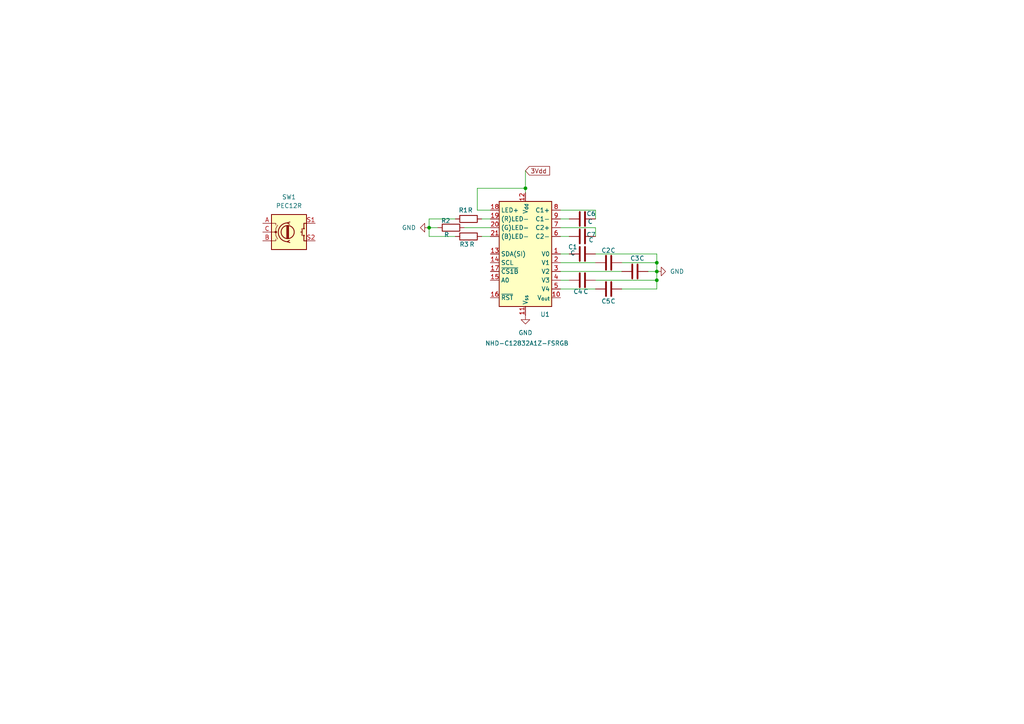
<source format=kicad_sch>
(kicad_sch
	(version 20250114)
	(generator "eeschema")
	(generator_version "9.0")
	(uuid "61acbc57-bcbb-4909-b50b-511a510d84c4")
	(paper "A4")
	(lib_symbols
		(symbol "Device:C"
			(pin_numbers
				(hide yes)
			)
			(pin_names
				(offset 0.254)
			)
			(exclude_from_sim no)
			(in_bom yes)
			(on_board yes)
			(property "Reference" "C"
				(at 0.635 2.54 0)
				(effects
					(font
						(size 1.27 1.27)
					)
					(justify left)
				)
			)
			(property "Value" "C"
				(at 0.635 -2.54 0)
				(effects
					(font
						(size 1.27 1.27)
					)
					(justify left)
				)
			)
			(property "Footprint" ""
				(at 0.9652 -3.81 0)
				(effects
					(font
						(size 1.27 1.27)
					)
					(hide yes)
				)
			)
			(property "Datasheet" "~"
				(at 0 0 0)
				(effects
					(font
						(size 1.27 1.27)
					)
					(hide yes)
				)
			)
			(property "Description" "Unpolarized capacitor"
				(at 0 0 0)
				(effects
					(font
						(size 1.27 1.27)
					)
					(hide yes)
				)
			)
			(property "ki_keywords" "cap capacitor"
				(at 0 0 0)
				(effects
					(font
						(size 1.27 1.27)
					)
					(hide yes)
				)
			)
			(property "ki_fp_filters" "C_*"
				(at 0 0 0)
				(effects
					(font
						(size 1.27 1.27)
					)
					(hide yes)
				)
			)
			(symbol "C_0_1"
				(polyline
					(pts
						(xy -2.032 0.762) (xy 2.032 0.762)
					)
					(stroke
						(width 0.508)
						(type default)
					)
					(fill
						(type none)
					)
				)
				(polyline
					(pts
						(xy -2.032 -0.762) (xy 2.032 -0.762)
					)
					(stroke
						(width 0.508)
						(type default)
					)
					(fill
						(type none)
					)
				)
			)
			(symbol "C_1_1"
				(pin passive line
					(at 0 3.81 270)
					(length 2.794)
					(name "~"
						(effects
							(font
								(size 1.27 1.27)
							)
						)
					)
					(number "1"
						(effects
							(font
								(size 1.27 1.27)
							)
						)
					)
				)
				(pin passive line
					(at 0 -3.81 90)
					(length 2.794)
					(name "~"
						(effects
							(font
								(size 1.27 1.27)
							)
						)
					)
					(number "2"
						(effects
							(font
								(size 1.27 1.27)
							)
						)
					)
				)
			)
			(embedded_fonts no)
		)
		(symbol "Device:R"
			(pin_numbers
				(hide yes)
			)
			(pin_names
				(offset 0)
			)
			(exclude_from_sim no)
			(in_bom yes)
			(on_board yes)
			(property "Reference" "R"
				(at 2.032 0 90)
				(effects
					(font
						(size 1.27 1.27)
					)
				)
			)
			(property "Value" "R"
				(at 0 0 90)
				(effects
					(font
						(size 1.27 1.27)
					)
				)
			)
			(property "Footprint" ""
				(at -1.778 0 90)
				(effects
					(font
						(size 1.27 1.27)
					)
					(hide yes)
				)
			)
			(property "Datasheet" "~"
				(at 0 0 0)
				(effects
					(font
						(size 1.27 1.27)
					)
					(hide yes)
				)
			)
			(property "Description" "Resistor"
				(at 0 0 0)
				(effects
					(font
						(size 1.27 1.27)
					)
					(hide yes)
				)
			)
			(property "ki_keywords" "R res resistor"
				(at 0 0 0)
				(effects
					(font
						(size 1.27 1.27)
					)
					(hide yes)
				)
			)
			(property "ki_fp_filters" "R_*"
				(at 0 0 0)
				(effects
					(font
						(size 1.27 1.27)
					)
					(hide yes)
				)
			)
			(symbol "R_0_1"
				(rectangle
					(start -1.016 -2.54)
					(end 1.016 2.54)
					(stroke
						(width 0.254)
						(type default)
					)
					(fill
						(type none)
					)
				)
			)
			(symbol "R_1_1"
				(pin passive line
					(at 0 3.81 270)
					(length 1.27)
					(name "~"
						(effects
							(font
								(size 1.27 1.27)
							)
						)
					)
					(number "1"
						(effects
							(font
								(size 1.27 1.27)
							)
						)
					)
				)
				(pin passive line
					(at 0 -3.81 90)
					(length 1.27)
					(name "~"
						(effects
							(font
								(size 1.27 1.27)
							)
						)
					)
					(number "2"
						(effects
							(font
								(size 1.27 1.27)
							)
						)
					)
				)
			)
			(embedded_fonts no)
		)
		(symbol "Device:RotaryEncoder_Switch"
			(pin_names
				(offset 0.254)
				(hide yes)
			)
			(exclude_from_sim no)
			(in_bom yes)
			(on_board yes)
			(property "Reference" "SW"
				(at 0 6.604 0)
				(effects
					(font
						(size 1.27 1.27)
					)
				)
			)
			(property "Value" "RotaryEncoder_Switch"
				(at 0 -6.604 0)
				(effects
					(font
						(size 1.27 1.27)
					)
				)
			)
			(property "Footprint" ""
				(at -3.81 4.064 0)
				(effects
					(font
						(size 1.27 1.27)
					)
					(hide yes)
				)
			)
			(property "Datasheet" "~"
				(at 0 6.604 0)
				(effects
					(font
						(size 1.27 1.27)
					)
					(hide yes)
				)
			)
			(property "Description" "Rotary encoder, dual channel, incremental quadrate outputs, with switch"
				(at 0 0 0)
				(effects
					(font
						(size 1.27 1.27)
					)
					(hide yes)
				)
			)
			(property "ki_keywords" "rotary switch encoder switch push button"
				(at 0 0 0)
				(effects
					(font
						(size 1.27 1.27)
					)
					(hide yes)
				)
			)
			(property "ki_fp_filters" "RotaryEncoder*Switch*"
				(at 0 0 0)
				(effects
					(font
						(size 1.27 1.27)
					)
					(hide yes)
				)
			)
			(symbol "RotaryEncoder_Switch_0_1"
				(rectangle
					(start -5.08 5.08)
					(end 5.08 -5.08)
					(stroke
						(width 0.254)
						(type default)
					)
					(fill
						(type background)
					)
				)
				(polyline
					(pts
						(xy -5.08 2.54) (xy -3.81 2.54) (xy -3.81 2.032)
					)
					(stroke
						(width 0)
						(type default)
					)
					(fill
						(type none)
					)
				)
				(polyline
					(pts
						(xy -5.08 0) (xy -3.81 0) (xy -3.81 -1.016) (xy -3.302 -2.032)
					)
					(stroke
						(width 0)
						(type default)
					)
					(fill
						(type none)
					)
				)
				(polyline
					(pts
						(xy -5.08 -2.54) (xy -3.81 -2.54) (xy -3.81 -2.032)
					)
					(stroke
						(width 0)
						(type default)
					)
					(fill
						(type none)
					)
				)
				(polyline
					(pts
						(xy -4.318 0) (xy -3.81 0) (xy -3.81 1.016) (xy -3.302 2.032)
					)
					(stroke
						(width 0)
						(type default)
					)
					(fill
						(type none)
					)
				)
				(circle
					(center -3.81 0)
					(radius 0.254)
					(stroke
						(width 0)
						(type default)
					)
					(fill
						(type outline)
					)
				)
				(polyline
					(pts
						(xy -0.635 -1.778) (xy -0.635 1.778)
					)
					(stroke
						(width 0.254)
						(type default)
					)
					(fill
						(type none)
					)
				)
				(circle
					(center -0.381 0)
					(radius 1.905)
					(stroke
						(width 0.254)
						(type default)
					)
					(fill
						(type none)
					)
				)
				(polyline
					(pts
						(xy -0.381 -1.778) (xy -0.381 1.778)
					)
					(stroke
						(width 0.254)
						(type default)
					)
					(fill
						(type none)
					)
				)
				(arc
					(start -0.381 -2.794)
					(mid -3.0988 -0.0635)
					(end -0.381 2.667)
					(stroke
						(width 0.254)
						(type default)
					)
					(fill
						(type none)
					)
				)
				(polyline
					(pts
						(xy -0.127 1.778) (xy -0.127 -1.778)
					)
					(stroke
						(width 0.254)
						(type default)
					)
					(fill
						(type none)
					)
				)
				(polyline
					(pts
						(xy 0.254 2.921) (xy -0.508 2.667) (xy 0.127 2.286)
					)
					(stroke
						(width 0.254)
						(type default)
					)
					(fill
						(type none)
					)
				)
				(polyline
					(pts
						(xy 0.254 -3.048) (xy -0.508 -2.794) (xy 0.127 -2.413)
					)
					(stroke
						(width 0.254)
						(type default)
					)
					(fill
						(type none)
					)
				)
				(polyline
					(pts
						(xy 3.81 1.016) (xy 3.81 -1.016)
					)
					(stroke
						(width 0.254)
						(type default)
					)
					(fill
						(type none)
					)
				)
				(polyline
					(pts
						(xy 3.81 0) (xy 3.429 0)
					)
					(stroke
						(width 0.254)
						(type default)
					)
					(fill
						(type none)
					)
				)
				(circle
					(center 4.318 1.016)
					(radius 0.127)
					(stroke
						(width 0.254)
						(type default)
					)
					(fill
						(type none)
					)
				)
				(circle
					(center 4.318 -1.016)
					(radius 0.127)
					(stroke
						(width 0.254)
						(type default)
					)
					(fill
						(type none)
					)
				)
				(polyline
					(pts
						(xy 5.08 2.54) (xy 4.318 2.54) (xy 4.318 1.016)
					)
					(stroke
						(width 0.254)
						(type default)
					)
					(fill
						(type none)
					)
				)
				(polyline
					(pts
						(xy 5.08 -2.54) (xy 4.318 -2.54) (xy 4.318 -1.016)
					)
					(stroke
						(width 0.254)
						(type default)
					)
					(fill
						(type none)
					)
				)
			)
			(symbol "RotaryEncoder_Switch_1_1"
				(pin passive line
					(at -7.62 2.54 0)
					(length 2.54)
					(name "A"
						(effects
							(font
								(size 1.27 1.27)
							)
						)
					)
					(number "A"
						(effects
							(font
								(size 1.27 1.27)
							)
						)
					)
				)
				(pin passive line
					(at -7.62 0 0)
					(length 2.54)
					(name "C"
						(effects
							(font
								(size 1.27 1.27)
							)
						)
					)
					(number "C"
						(effects
							(font
								(size 1.27 1.27)
							)
						)
					)
				)
				(pin passive line
					(at -7.62 -2.54 0)
					(length 2.54)
					(name "B"
						(effects
							(font
								(size 1.27 1.27)
							)
						)
					)
					(number "B"
						(effects
							(font
								(size 1.27 1.27)
							)
						)
					)
				)
				(pin passive line
					(at 7.62 2.54 180)
					(length 2.54)
					(name "S1"
						(effects
							(font
								(size 1.27 1.27)
							)
						)
					)
					(number "S1"
						(effects
							(font
								(size 1.27 1.27)
							)
						)
					)
				)
				(pin passive line
					(at 7.62 -2.54 180)
					(length 2.54)
					(name "S2"
						(effects
							(font
								(size 1.27 1.27)
							)
						)
					)
					(number "S2"
						(effects
							(font
								(size 1.27 1.27)
							)
						)
					)
				)
			)
			(embedded_fonts no)
		)
		(symbol "Display_Graphic:NHD-C12832A1Z-FSRGB"
			(exclude_from_sim no)
			(in_bom yes)
			(on_board yes)
			(property "Reference" "U"
				(at -7.62 15.875 0)
				(effects
					(font
						(size 1.27 1.27)
					)
					(justify left bottom)
				)
			)
			(property "Value" "NHD-C12832A1Z-FSRGB"
				(at 2.54 -16.51 0)
				(effects
					(font
						(size 1.27 1.27)
					)
					(justify left top)
				)
			)
			(property "Footprint" "Display:NHD-C12832A1Z-FSRGB"
				(at 0 0 0)
				(effects
					(font
						(size 1.27 1.27)
						(italic yes)
					)
					(hide yes)
				)
			)
			(property "Datasheet" "https://www.newhavendisplay.com/specs/NHD-C12832A1Z-FSRGB-FBW-3V.pdf"
				(at 0 0 0)
				(effects
					(font
						(size 1.27 1.27)
						(italic yes)
					)
					(hide yes)
				)
			)
			(property "Description" "128x32 graphical LCD module with common anode RGB backlight, 1/33 duty, 3.3V"
				(at 0 0 0)
				(effects
					(font
						(size 1.27 1.27)
					)
					(hide yes)
				)
			)
			(property "ki_keywords" "lcd rgb st7565r spi 4-wire"
				(at 0 0 0)
				(effects
					(font
						(size 1.27 1.27)
					)
					(hide yes)
				)
			)
			(property "ki_fp_filters" "NHD?C12832A1Z?FSRGB*"
				(at 0 0 0)
				(effects
					(font
						(size 1.27 1.27)
					)
					(hide yes)
				)
			)
			(symbol "NHD-C12832A1Z-FSRGB_0_1"
				(rectangle
					(start -7.62 15.24)
					(end 7.62 -15.24)
					(stroke
						(width 0.254)
						(type default)
					)
					(fill
						(type background)
					)
				)
			)
			(symbol "NHD-C12832A1Z-FSRGB_1_1"
				(pin passive line
					(at -10.16 12.7 0)
					(length 2.54)
					(name "LED+"
						(effects
							(font
								(size 1.27 1.27)
							)
						)
					)
					(number "18"
						(effects
							(font
								(size 1.27 1.27)
							)
						)
					)
				)
				(pin passive line
					(at -10.16 10.16 0)
					(length 2.54)
					(name "(R)LED-"
						(effects
							(font
								(size 1.27 1.27)
							)
						)
					)
					(number "19"
						(effects
							(font
								(size 1.27 1.27)
							)
						)
					)
				)
				(pin passive line
					(at -10.16 7.62 0)
					(length 2.54)
					(name "(G)LED-"
						(effects
							(font
								(size 1.27 1.27)
							)
						)
					)
					(number "20"
						(effects
							(font
								(size 1.27 1.27)
							)
						)
					)
				)
				(pin passive line
					(at -10.16 5.08 0)
					(length 2.54)
					(name "(B)LED-"
						(effects
							(font
								(size 1.27 1.27)
							)
						)
					)
					(number "21"
						(effects
							(font
								(size 1.27 1.27)
							)
						)
					)
				)
				(pin input line
					(at -10.16 0 0)
					(length 2.54)
					(name "SDA(SI)"
						(effects
							(font
								(size 1.27 1.27)
							)
						)
					)
					(number "13"
						(effects
							(font
								(size 1.27 1.27)
							)
						)
					)
				)
				(pin input line
					(at -10.16 -2.54 0)
					(length 2.54)
					(name "SCL"
						(effects
							(font
								(size 1.27 1.27)
							)
						)
					)
					(number "14"
						(effects
							(font
								(size 1.27 1.27)
							)
						)
					)
				)
				(pin input line
					(at -10.16 -5.08 0)
					(length 2.54)
					(name "~{CS1B}"
						(effects
							(font
								(size 1.27 1.27)
							)
						)
					)
					(number "17"
						(effects
							(font
								(size 1.27 1.27)
							)
						)
					)
				)
				(pin input line
					(at -10.16 -7.62 0)
					(length 2.54)
					(name "A0"
						(effects
							(font
								(size 1.27 1.27)
							)
						)
					)
					(number "15"
						(effects
							(font
								(size 1.27 1.27)
							)
						)
					)
				)
				(pin input line
					(at -10.16 -12.7 0)
					(length 2.54)
					(name "~{RST}"
						(effects
							(font
								(size 1.27 1.27)
							)
						)
					)
					(number "16"
						(effects
							(font
								(size 1.27 1.27)
							)
						)
					)
				)
				(pin power_in line
					(at 0 17.78 270)
					(length 2.54)
					(name "V_{dd}"
						(effects
							(font
								(size 1.27 1.27)
							)
						)
					)
					(number "12"
						(effects
							(font
								(size 1.27 1.27)
							)
						)
					)
				)
				(pin power_in line
					(at 0 -17.78 90)
					(length 2.54)
					(name "V_{ss}"
						(effects
							(font
								(size 1.27 1.27)
							)
						)
					)
					(number "11"
						(effects
							(font
								(size 1.27 1.27)
							)
						)
					)
				)
				(pin passive line
					(at 10.16 12.7 180)
					(length 2.54)
					(name "C1+"
						(effects
							(font
								(size 1.27 1.27)
							)
						)
					)
					(number "8"
						(effects
							(font
								(size 1.27 1.27)
							)
						)
					)
				)
				(pin passive line
					(at 10.16 10.16 180)
					(length 2.54)
					(name "C1-"
						(effects
							(font
								(size 1.27 1.27)
							)
						)
					)
					(number "9"
						(effects
							(font
								(size 1.27 1.27)
							)
						)
					)
				)
				(pin passive line
					(at 10.16 7.62 180)
					(length 2.54)
					(name "C2+"
						(effects
							(font
								(size 1.27 1.27)
							)
						)
					)
					(number "7"
						(effects
							(font
								(size 1.27 1.27)
							)
						)
					)
				)
				(pin passive line
					(at 10.16 5.08 180)
					(length 2.54)
					(name "C2-"
						(effects
							(font
								(size 1.27 1.27)
							)
						)
					)
					(number "6"
						(effects
							(font
								(size 1.27 1.27)
							)
						)
					)
				)
				(pin passive line
					(at 10.16 0 180)
					(length 2.54)
					(name "V0"
						(effects
							(font
								(size 1.27 1.27)
							)
						)
					)
					(number "1"
						(effects
							(font
								(size 1.27 1.27)
							)
						)
					)
				)
				(pin passive line
					(at 10.16 -2.54 180)
					(length 2.54)
					(name "V1"
						(effects
							(font
								(size 1.27 1.27)
							)
						)
					)
					(number "2"
						(effects
							(font
								(size 1.27 1.27)
							)
						)
					)
				)
				(pin passive line
					(at 10.16 -5.08 180)
					(length 2.54)
					(name "V2"
						(effects
							(font
								(size 1.27 1.27)
							)
						)
					)
					(number "3"
						(effects
							(font
								(size 1.27 1.27)
							)
						)
					)
				)
				(pin passive line
					(at 10.16 -7.62 180)
					(length 2.54)
					(name "V3"
						(effects
							(font
								(size 1.27 1.27)
							)
						)
					)
					(number "4"
						(effects
							(font
								(size 1.27 1.27)
							)
						)
					)
				)
				(pin passive line
					(at 10.16 -10.16 180)
					(length 2.54)
					(name "V4"
						(effects
							(font
								(size 1.27 1.27)
							)
						)
					)
					(number "5"
						(effects
							(font
								(size 1.27 1.27)
							)
						)
					)
				)
				(pin passive line
					(at 10.16 -12.7 180)
					(length 2.54)
					(name "V_{out}"
						(effects
							(font
								(size 1.27 1.27)
							)
						)
					)
					(number "10"
						(effects
							(font
								(size 1.27 1.27)
							)
						)
					)
				)
			)
			(embedded_fonts no)
		)
		(symbol "power:GND"
			(power)
			(pin_numbers
				(hide yes)
			)
			(pin_names
				(offset 0)
				(hide yes)
			)
			(exclude_from_sim no)
			(in_bom yes)
			(on_board yes)
			(property "Reference" "#PWR"
				(at 0 -6.35 0)
				(effects
					(font
						(size 1.27 1.27)
					)
					(hide yes)
				)
			)
			(property "Value" "GND"
				(at 0 -3.81 0)
				(effects
					(font
						(size 1.27 1.27)
					)
				)
			)
			(property "Footprint" ""
				(at 0 0 0)
				(effects
					(font
						(size 1.27 1.27)
					)
					(hide yes)
				)
			)
			(property "Datasheet" ""
				(at 0 0 0)
				(effects
					(font
						(size 1.27 1.27)
					)
					(hide yes)
				)
			)
			(property "Description" "Power symbol creates a global label with name \"GND\" , ground"
				(at 0 0 0)
				(effects
					(font
						(size 1.27 1.27)
					)
					(hide yes)
				)
			)
			(property "ki_keywords" "global power"
				(at 0 0 0)
				(effects
					(font
						(size 1.27 1.27)
					)
					(hide yes)
				)
			)
			(symbol "GND_0_1"
				(polyline
					(pts
						(xy 0 0) (xy 0 -1.27) (xy 1.27 -1.27) (xy 0 -2.54) (xy -1.27 -1.27) (xy 0 -1.27)
					)
					(stroke
						(width 0)
						(type default)
					)
					(fill
						(type none)
					)
				)
			)
			(symbol "GND_1_1"
				(pin power_in line
					(at 0 0 270)
					(length 0)
					(name "~"
						(effects
							(font
								(size 1.27 1.27)
							)
						)
					)
					(number "1"
						(effects
							(font
								(size 1.27 1.27)
							)
						)
					)
				)
			)
			(embedded_fonts no)
		)
	)
	(junction
		(at 190.5 78.74)
		(diameter 0)
		(color 0 0 0 0)
		(uuid "40e603d7-d8c9-4e32-8d23-81d59dd63697")
	)
	(junction
		(at 124.46 66.04)
		(diameter 0)
		(color 0 0 0 0)
		(uuid "805ed489-079b-4044-b9c8-7a5addc52a52")
	)
	(junction
		(at 190.5 76.2)
		(diameter 0)
		(color 0 0 0 0)
		(uuid "b0d698f5-4155-464e-a8a4-9109c60bec00")
	)
	(junction
		(at 190.5 81.28)
		(diameter 0)
		(color 0 0 0 0)
		(uuid "c602da98-3ee7-425b-a995-a3d2c9ff71c3")
	)
	(junction
		(at 152.4 54.61)
		(diameter 0)
		(color 0 0 0 0)
		(uuid "f1d195e3-a331-4783-9df2-538e2d257327")
	)
	(wire
		(pts
			(xy 162.56 83.82) (xy 172.72 83.82)
		)
		(stroke
			(width 0)
			(type default)
		)
		(uuid "02334dd0-5308-40da-b3be-47a7b6ec741a")
	)
	(wire
		(pts
			(xy 152.4 49.53) (xy 152.4 54.61)
		)
		(stroke
			(width 0)
			(type default)
		)
		(uuid "05d04257-827f-42c9-a21d-308786e338fb")
	)
	(wire
		(pts
			(xy 172.72 68.58) (xy 172.72 66.04)
		)
		(stroke
			(width 0)
			(type default)
		)
		(uuid "0a143e85-28f4-4c18-a7bf-0bd2a04ce47a")
	)
	(wire
		(pts
			(xy 134.62 66.04) (xy 142.24 66.04)
		)
		(stroke
			(width 0)
			(type default)
		)
		(uuid "113f580c-e427-457a-b7cf-385cfd774e45")
	)
	(wire
		(pts
			(xy 124.46 66.04) (xy 127 66.04)
		)
		(stroke
			(width 0)
			(type default)
		)
		(uuid "13ac7a91-3fd2-4fdd-9c5e-e0cabed4f41f")
	)
	(wire
		(pts
			(xy 162.56 66.04) (xy 172.72 66.04)
		)
		(stroke
			(width 0)
			(type default)
		)
		(uuid "155801b2-37b0-4da1-aca5-db724d6e3149")
	)
	(wire
		(pts
			(xy 139.7 68.58) (xy 142.24 68.58)
		)
		(stroke
			(width 0)
			(type default)
		)
		(uuid "16a7fb37-f660-4c39-a9e4-a7c17f2fa978")
	)
	(wire
		(pts
			(xy 138.43 54.61) (xy 152.4 54.61)
		)
		(stroke
			(width 0)
			(type default)
		)
		(uuid "1914b5f6-e442-40a9-a1c5-7cf8041aea8c")
	)
	(wire
		(pts
			(xy 124.46 66.04) (xy 124.46 68.58)
		)
		(stroke
			(width 0)
			(type default)
		)
		(uuid "21c65e30-2c85-4ca7-9ee6-60fd8dba152f")
	)
	(wire
		(pts
			(xy 190.5 81.28) (xy 190.5 78.74)
		)
		(stroke
			(width 0)
			(type default)
		)
		(uuid "34d394e5-b0e2-46c5-90bf-1e931298ef72")
	)
	(wire
		(pts
			(xy 172.72 60.96) (xy 162.56 60.96)
		)
		(stroke
			(width 0)
			(type default)
		)
		(uuid "3cb22982-f3d1-4ed4-8cec-da8bc7a0e526")
	)
	(wire
		(pts
			(xy 162.56 81.28) (xy 165.1 81.28)
		)
		(stroke
			(width 0)
			(type default)
		)
		(uuid "4000c0e5-acc5-4bc8-9a6e-e69dca65b785")
	)
	(wire
		(pts
			(xy 172.72 73.66) (xy 190.5 73.66)
		)
		(stroke
			(width 0)
			(type default)
		)
		(uuid "44ceed07-4e14-4da6-882a-e26388d21327")
	)
	(wire
		(pts
			(xy 162.56 76.2) (xy 172.72 76.2)
		)
		(stroke
			(width 0)
			(type default)
		)
		(uuid "63773c96-cb3a-47f0-b141-7bfeef325468")
	)
	(wire
		(pts
			(xy 190.5 73.66) (xy 190.5 76.2)
		)
		(stroke
			(width 0)
			(type default)
		)
		(uuid "7ae04bf7-fd7a-4f50-ba60-9bad91b9e08f")
	)
	(wire
		(pts
			(xy 124.46 63.5) (xy 132.08 63.5)
		)
		(stroke
			(width 0)
			(type default)
		)
		(uuid "7df7f3c2-23f7-4112-afd3-2a708a19d70a")
	)
	(wire
		(pts
			(xy 162.56 63.5) (xy 165.1 63.5)
		)
		(stroke
			(width 0)
			(type default)
		)
		(uuid "7ea9c101-a040-4050-878f-8181af375b78")
	)
	(wire
		(pts
			(xy 190.5 78.74) (xy 190.5 76.2)
		)
		(stroke
			(width 0)
			(type default)
		)
		(uuid "7f038837-2b83-40be-bff3-ffc7a2417021")
	)
	(wire
		(pts
			(xy 152.4 54.61) (xy 152.4 55.88)
		)
		(stroke
			(width 0)
			(type default)
		)
		(uuid "99f89776-1abe-4729-8585-798def2b5c00")
	)
	(wire
		(pts
			(xy 142.24 60.96) (xy 138.43 60.96)
		)
		(stroke
			(width 0)
			(type default)
		)
		(uuid "9e24a2f9-d217-41c4-838b-e53d31be4354")
	)
	(wire
		(pts
			(xy 190.5 83.82) (xy 190.5 81.28)
		)
		(stroke
			(width 0)
			(type default)
		)
		(uuid "a1bc9787-fec3-456b-8690-31bcd051cea7")
	)
	(wire
		(pts
			(xy 172.72 81.28) (xy 190.5 81.28)
		)
		(stroke
			(width 0)
			(type default)
		)
		(uuid "a75a22c8-4904-4acf-972c-f6e7956f3028")
	)
	(wire
		(pts
			(xy 124.46 63.5) (xy 124.46 66.04)
		)
		(stroke
			(width 0)
			(type default)
		)
		(uuid "afb947e4-97c9-491f-bdc2-cf8474fa24b8")
	)
	(wire
		(pts
			(xy 139.7 63.5) (xy 142.24 63.5)
		)
		(stroke
			(width 0)
			(type default)
		)
		(uuid "b1818f2e-cf42-41ba-91ee-ea0a78c68181")
	)
	(wire
		(pts
			(xy 162.56 68.58) (xy 165.1 68.58)
		)
		(stroke
			(width 0)
			(type default)
		)
		(uuid "b6e2faa5-8685-4269-82e5-8b06ce57bbbf")
	)
	(wire
		(pts
			(xy 162.56 78.74) (xy 180.34 78.74)
		)
		(stroke
			(width 0)
			(type default)
		)
		(uuid "ba6f351c-5b44-41b3-b9c3-9371e7b1e405")
	)
	(wire
		(pts
			(xy 172.72 63.5) (xy 172.72 60.96)
		)
		(stroke
			(width 0)
			(type default)
		)
		(uuid "bb125476-bb68-4348-b2b4-e98361d3b93b")
	)
	(wire
		(pts
			(xy 187.96 78.74) (xy 190.5 78.74)
		)
		(stroke
			(width 0)
			(type default)
		)
		(uuid "c71fd64f-8977-4546-94af-dec9f82abdfe")
	)
	(wire
		(pts
			(xy 190.5 76.2) (xy 180.34 76.2)
		)
		(stroke
			(width 0)
			(type default)
		)
		(uuid "c83617b7-a6ce-49da-bf1c-c9d363f77ee9")
	)
	(wire
		(pts
			(xy 124.46 68.58) (xy 132.08 68.58)
		)
		(stroke
			(width 0)
			(type default)
		)
		(uuid "d41b8045-0026-4af3-85d6-93085643ccf2")
	)
	(wire
		(pts
			(xy 162.56 73.66) (xy 165.1 73.66)
		)
		(stroke
			(width 0)
			(type default)
		)
		(uuid "d4c46975-2c43-4682-8958-8d49e5949335")
	)
	(wire
		(pts
			(xy 138.43 60.96) (xy 138.43 54.61)
		)
		(stroke
			(width 0)
			(type default)
		)
		(uuid "f28f112f-5595-46a8-8d9f-365fd3b5c250")
	)
	(wire
		(pts
			(xy 180.34 83.82) (xy 190.5 83.82)
		)
		(stroke
			(width 0)
			(type default)
		)
		(uuid "f5782b53-3a29-48c4-ab4c-bdbc0d8dca4c")
	)
	(global_label "3Vdd"
		(shape input)
		(at 152.4 49.53 0)
		(fields_autoplaced yes)
		(effects
			(font
				(size 1.27 1.27)
			)
			(justify left)
		)
		(uuid "cf2ba4fb-2586-4691-886e-25bdbb2e3715")
		(property "Intersheetrefs" "${INTERSHEET_REFS}"
			(at 159.9813 49.53 0)
			(effects
				(font
					(size 1.27 1.27)
				)
				(justify left)
				(hide yes)
			)
		)
	)
	(symbol
		(lib_id "Device:R")
		(at 135.89 63.5 90)
		(unit 1)
		(exclude_from_sim no)
		(in_bom yes)
		(on_board yes)
		(dnp no)
		(uuid "17667cea-1e10-4e1a-9cb2-fa223ee3d0b7")
		(property "Reference" "R1"
			(at 134.366 60.96 90)
			(effects
				(font
					(size 1.27 1.27)
				)
			)
		)
		(property "Value" "R"
			(at 136.398 60.96 90)
			(effects
				(font
					(size 1.27 1.27)
				)
			)
		)
		(property "Footprint" ""
			(at 135.89 65.278 90)
			(effects
				(font
					(size 1.27 1.27)
				)
				(hide yes)
			)
		)
		(property "Datasheet" "~"
			(at 135.89 63.5 0)
			(effects
				(font
					(size 1.27 1.27)
				)
				(hide yes)
			)
		)
		(property "Description" "Resistor"
			(at 135.89 63.5 0)
			(effects
				(font
					(size 1.27 1.27)
				)
				(hide yes)
			)
		)
		(pin "1"
			(uuid "26a3db65-23d7-4639-989c-7bfe6b350d4d")
		)
		(pin "2"
			(uuid "04c8aa51-eae6-485a-9c61-7d6264ab7024")
		)
		(instances
			(project ""
				(path "/4e267608-d3e9-4ae4-92d6-1e687cc2c969/818b61c9-cdb7-42ed-8a55-79736ba5dd65"
					(reference "R1")
					(unit 1)
				)
			)
		)
	)
	(symbol
		(lib_id "Device:C")
		(at 168.91 68.58 90)
		(unit 1)
		(exclude_from_sim no)
		(in_bom yes)
		(on_board yes)
		(dnp no)
		(uuid "2a0906d2-8518-4adf-8843-a481b556854f")
		(property "Reference" "C7"
			(at 171.45 68.072 90)
			(effects
				(font
					(size 1.27 1.27)
				)
			)
		)
		(property "Value" "C"
			(at 171.45 69.596 90)
			(effects
				(font
					(size 1.27 1.27)
				)
			)
		)
		(property "Footprint" ""
			(at 172.72 67.6148 0)
			(effects
				(font
					(size 1.27 1.27)
				)
				(hide yes)
			)
		)
		(property "Datasheet" "~"
			(at 168.91 68.58 0)
			(effects
				(font
					(size 1.27 1.27)
				)
				(hide yes)
			)
		)
		(property "Description" "Unpolarized capacitor"
			(at 168.91 68.58 0)
			(effects
				(font
					(size 1.27 1.27)
				)
				(hide yes)
			)
		)
		(pin "1"
			(uuid "0b1e3e92-186c-44c7-b119-173ffdc6a20e")
		)
		(pin "2"
			(uuid "09ab0c3e-e5c6-4bfb-b96a-bb2f3d38bf04")
		)
		(instances
			(project ""
				(path "/4e267608-d3e9-4ae4-92d6-1e687cc2c969/818b61c9-cdb7-42ed-8a55-79736ba5dd65"
					(reference "C7")
					(unit 1)
				)
			)
		)
	)
	(symbol
		(lib_id "Device:C")
		(at 168.91 73.66 90)
		(unit 1)
		(exclude_from_sim no)
		(in_bom yes)
		(on_board yes)
		(dnp no)
		(uuid "341a626e-8737-4ab2-9933-aba20e1ea958")
		(property "Reference" "C1"
			(at 166.116 71.628 90)
			(effects
				(font
					(size 1.27 1.27)
				)
			)
		)
		(property "Value" "C"
			(at 166.116 73.406 90)
			(effects
				(font
					(size 1.27 1.27)
				)
			)
		)
		(property "Footprint" ""
			(at 172.72 72.6948 0)
			(effects
				(font
					(size 1.27 1.27)
				)
				(hide yes)
			)
		)
		(property "Datasheet" "~"
			(at 168.91 73.66 0)
			(effects
				(font
					(size 1.27 1.27)
				)
				(hide yes)
			)
		)
		(property "Description" "Unpolarized capacitor"
			(at 168.91 73.66 0)
			(effects
				(font
					(size 1.27 1.27)
				)
				(hide yes)
			)
		)
		(pin "1"
			(uuid "493eee0c-2af4-492a-9525-6413f0838ff7")
		)
		(pin "2"
			(uuid "5a0f7d11-da3e-47e7-9c3a-76125d477456")
		)
		(instances
			(project ""
				(path "/4e267608-d3e9-4ae4-92d6-1e687cc2c969/818b61c9-cdb7-42ed-8a55-79736ba5dd65"
					(reference "C1")
					(unit 1)
				)
			)
		)
	)
	(symbol
		(lib_id "Device:R")
		(at 135.89 68.58 90)
		(unit 1)
		(exclude_from_sim no)
		(in_bom yes)
		(on_board yes)
		(dnp no)
		(uuid "3fd8906b-ea1c-42bd-8c08-47e214fb9105")
		(property "Reference" "R3"
			(at 134.62 70.866 90)
			(effects
				(font
					(size 1.27 1.27)
				)
			)
		)
		(property "Value" "R"
			(at 136.906 70.866 90)
			(effects
				(font
					(size 1.27 1.27)
				)
			)
		)
		(property "Footprint" ""
			(at 135.89 70.358 90)
			(effects
				(font
					(size 1.27 1.27)
				)
				(hide yes)
			)
		)
		(property "Datasheet" "~"
			(at 135.89 68.58 0)
			(effects
				(font
					(size 1.27 1.27)
				)
				(hide yes)
			)
		)
		(property "Description" "Resistor"
			(at 135.89 68.58 0)
			(effects
				(font
					(size 1.27 1.27)
				)
				(hide yes)
			)
		)
		(pin "1"
			(uuid "166ea78c-8bb2-4b57-b08d-bb5d9ceffbe7")
		)
		(pin "2"
			(uuid "80c77d57-7658-49d3-9c89-8cdfe6750748")
		)
		(instances
			(project "DC_MOTOR_CONTROLLER"
				(path "/4e267608-d3e9-4ae4-92d6-1e687cc2c969/818b61c9-cdb7-42ed-8a55-79736ba5dd65"
					(reference "R3")
					(unit 1)
				)
			)
		)
	)
	(symbol
		(lib_id "Device:C")
		(at 176.53 76.2 90)
		(unit 1)
		(exclude_from_sim no)
		(in_bom yes)
		(on_board yes)
		(dnp no)
		(uuid "5b6d1d39-c67d-4b89-9098-8c1ed81daec3")
		(property "Reference" "C2"
			(at 175.768 72.644 90)
			(effects
				(font
					(size 1.27 1.27)
				)
			)
		)
		(property "Value" "C"
			(at 177.8 72.644 90)
			(effects
				(font
					(size 1.27 1.27)
				)
			)
		)
		(property "Footprint" ""
			(at 180.34 75.2348 0)
			(effects
				(font
					(size 1.27 1.27)
				)
				(hide yes)
			)
		)
		(property "Datasheet" "~"
			(at 176.53 76.2 0)
			(effects
				(font
					(size 1.27 1.27)
				)
				(hide yes)
			)
		)
		(property "Description" "Unpolarized capacitor"
			(at 176.53 76.2 0)
			(effects
				(font
					(size 1.27 1.27)
				)
				(hide yes)
			)
		)
		(pin "2"
			(uuid "82536b31-4d58-4e6c-8462-f981f65e1b9f")
		)
		(pin "1"
			(uuid "f0d5f72a-460f-46a7-82a7-8b0b115d418d")
		)
		(instances
			(project ""
				(path "/4e267608-d3e9-4ae4-92d6-1e687cc2c969/818b61c9-cdb7-42ed-8a55-79736ba5dd65"
					(reference "C2")
					(unit 1)
				)
			)
		)
	)
	(symbol
		(lib_id "Device:C")
		(at 184.15 78.74 90)
		(unit 1)
		(exclude_from_sim no)
		(in_bom yes)
		(on_board yes)
		(dnp no)
		(uuid "80ad4147-1670-4c23-aea0-163df3eef473")
		(property "Reference" "C3"
			(at 184.15 74.93 90)
			(effects
				(font
					(size 1.27 1.27)
				)
			)
		)
		(property "Value" "C"
			(at 186.182 74.93 90)
			(effects
				(font
					(size 1.27 1.27)
				)
			)
		)
		(property "Footprint" ""
			(at 187.96 77.7748 0)
			(effects
				(font
					(size 1.27 1.27)
				)
				(hide yes)
			)
		)
		(property "Datasheet" "~"
			(at 184.15 78.74 0)
			(effects
				(font
					(size 1.27 1.27)
				)
				(hide yes)
			)
		)
		(property "Description" "Unpolarized capacitor"
			(at 184.15 78.74 0)
			(effects
				(font
					(size 1.27 1.27)
				)
				(hide yes)
			)
		)
		(pin "1"
			(uuid "27f30da1-9d69-4782-b285-6f036e89088b")
		)
		(pin "2"
			(uuid "560dee97-fead-4329-9325-7f7af5ec8db2")
		)
		(instances
			(project ""
				(path "/4e267608-d3e9-4ae4-92d6-1e687cc2c969/818b61c9-cdb7-42ed-8a55-79736ba5dd65"
					(reference "C3")
					(unit 1)
				)
			)
		)
	)
	(symbol
		(lib_id "Display_Graphic:NHD-C12832A1Z-FSRGB")
		(at 152.4 73.66 0)
		(unit 1)
		(exclude_from_sim no)
		(in_bom yes)
		(on_board yes)
		(dnp no)
		(uuid "a5b45e00-42a8-4018-bce5-b6b688fd9db0")
		(property "Reference" "U1"
			(at 156.718 91.186 0)
			(effects
				(font
					(size 1.27 1.27)
				)
				(justify left)
			)
		)
		(property "Value" "NHD-C12832A1Z-FSRGB"
			(at 140.716 99.568 0)
			(effects
				(font
					(size 1.27 1.27)
				)
				(justify left)
			)
		)
		(property "Footprint" "Display:NHD-C12832A1Z-FSRGB"
			(at 152.4 73.66 0)
			(effects
				(font
					(size 1.27 1.27)
					(italic yes)
				)
				(hide yes)
			)
		)
		(property "Datasheet" "https://www.newhavendisplay.com/specs/NHD-C12832A1Z-FSRGB-FBW-3V.pdf"
			(at 152.4 73.66 0)
			(effects
				(font
					(size 1.27 1.27)
					(italic yes)
				)
				(hide yes)
			)
		)
		(property "Description" "128x32 graphical LCD module with common anode RGB backlight, 1/33 duty, 3.3V"
			(at 152.4 73.66 0)
			(effects
				(font
					(size 1.27 1.27)
				)
				(hide yes)
			)
		)
		(pin "1"
			(uuid "9cdb5dd6-e44f-4d7b-9323-cdb7bb4c4ca5")
		)
		(pin "14"
			(uuid "4964cd60-4722-47d2-b76f-4919b6fa0daf")
		)
		(pin "11"
			(uuid "8c410f2c-43ee-47e4-9a8f-5148145e5ed5")
		)
		(pin "19"
			(uuid "f44d0dad-887a-49a3-af8e-67e0d4e6fa0c")
		)
		(pin "4"
			(uuid "ea802ce0-eeb0-45d8-8f2d-846542c5f535")
		)
		(pin "12"
			(uuid "1af0fd0f-1217-4a44-9471-8b2c6b1bcb36")
		)
		(pin "17"
			(uuid "0ce87591-92d9-4666-baeb-659a4b9f6c1d")
		)
		(pin "9"
			(uuid "6cb5f21f-fcd9-4c65-a57b-859fd55ce176")
		)
		(pin "7"
			(uuid "243917aa-3f15-4588-843f-2c4da6904420")
		)
		(pin "8"
			(uuid "89478fb8-1fc3-4311-8fa8-88b4f0f6d14d")
		)
		(pin "13"
			(uuid "f1c1bbe8-8277-41b3-8813-3a856b84dcf2")
		)
		(pin "16"
			(uuid "a400f274-9869-401a-ad56-ee415ebdb34c")
		)
		(pin "15"
			(uuid "6755a738-8b85-4001-9cec-e06eec447a55")
		)
		(pin "20"
			(uuid "6c443bb0-ed3c-4047-97d8-7c50c32b6569")
		)
		(pin "18"
			(uuid "b7cecaf7-9b7c-4d9b-9887-d223d284a67b")
		)
		(pin "21"
			(uuid "b8bf8c6e-bff8-49e4-be67-98ff47874b95")
		)
		(pin "6"
			(uuid "30736ae9-6425-455d-9036-7f89fe6bcce1")
		)
		(pin "2"
			(uuid "92d74ad8-81de-451b-98ee-965b28c44313")
		)
		(pin "3"
			(uuid "14590737-5660-4b44-8f0f-ffb6701682a7")
		)
		(pin "5"
			(uuid "f86fb9d0-e420-487e-ada7-f930dbaea005")
		)
		(pin "10"
			(uuid "6636cb68-2e43-4587-a0e6-587e1254931f")
		)
		(instances
			(project "DC_MOTOR_CONTROLLER"
				(path "/4e267608-d3e9-4ae4-92d6-1e687cc2c969/818b61c9-cdb7-42ed-8a55-79736ba5dd65"
					(reference "U1")
					(unit 1)
				)
			)
		)
	)
	(symbol
		(lib_id "power:GND")
		(at 124.46 66.04 270)
		(unit 1)
		(exclude_from_sim no)
		(in_bom yes)
		(on_board yes)
		(dnp no)
		(fields_autoplaced yes)
		(uuid "b65e63cf-d41f-406b-bf37-209f32d3a2bc")
		(property "Reference" "#PWR03"
			(at 118.11 66.04 0)
			(effects
				(font
					(size 1.27 1.27)
				)
				(hide yes)
			)
		)
		(property "Value" "GND"
			(at 120.65 66.0399 90)
			(effects
				(font
					(size 1.27 1.27)
				)
				(justify right)
			)
		)
		(property "Footprint" ""
			(at 124.46 66.04 0)
			(effects
				(font
					(size 1.27 1.27)
				)
				(hide yes)
			)
		)
		(property "Datasheet" ""
			(at 124.46 66.04 0)
			(effects
				(font
					(size 1.27 1.27)
				)
				(hide yes)
			)
		)
		(property "Description" "Power symbol creates a global label with name \"GND\" , ground"
			(at 124.46 66.04 0)
			(effects
				(font
					(size 1.27 1.27)
				)
				(hide yes)
			)
		)
		(pin "1"
			(uuid "0a622e62-7482-4806-b490-7d3911cd4acd")
		)
		(instances
			(project "DC_MOTOR_CONTROLLER"
				(path "/4e267608-d3e9-4ae4-92d6-1e687cc2c969/818b61c9-cdb7-42ed-8a55-79736ba5dd65"
					(reference "#PWR03")
					(unit 1)
				)
			)
		)
	)
	(symbol
		(lib_id "power:GND")
		(at 190.5 78.74 90)
		(unit 1)
		(exclude_from_sim no)
		(in_bom yes)
		(on_board yes)
		(dnp no)
		(fields_autoplaced yes)
		(uuid "c3507d9b-71c8-4057-912e-37170ea4569e")
		(property "Reference" "#PWR01"
			(at 196.85 78.74 0)
			(effects
				(font
					(size 1.27 1.27)
				)
				(hide yes)
			)
		)
		(property "Value" "GND"
			(at 194.31 78.7399 90)
			(effects
				(font
					(size 1.27 1.27)
				)
				(justify right)
			)
		)
		(property "Footprint" ""
			(at 190.5 78.74 0)
			(effects
				(font
					(size 1.27 1.27)
				)
				(hide yes)
			)
		)
		(property "Datasheet" ""
			(at 190.5 78.74 0)
			(effects
				(font
					(size 1.27 1.27)
				)
				(hide yes)
			)
		)
		(property "Description" "Power symbol creates a global label with name \"GND\" , ground"
			(at 190.5 78.74 0)
			(effects
				(font
					(size 1.27 1.27)
				)
				(hide yes)
			)
		)
		(pin "1"
			(uuid "2058133b-3313-4e97-8281-a226faf472a3")
		)
		(instances
			(project ""
				(path "/4e267608-d3e9-4ae4-92d6-1e687cc2c969/818b61c9-cdb7-42ed-8a55-79736ba5dd65"
					(reference "#PWR01")
					(unit 1)
				)
			)
		)
	)
	(symbol
		(lib_id "Device:C")
		(at 168.91 63.5 90)
		(unit 1)
		(exclude_from_sim no)
		(in_bom yes)
		(on_board yes)
		(dnp no)
		(uuid "cc28cb0d-248c-4859-b3ad-efbfe230c573")
		(property "Reference" "C6"
			(at 171.45 61.976 90)
			(effects
				(font
					(size 1.27 1.27)
				)
			)
		)
		(property "Value" "C"
			(at 171.196 64.262 90)
			(effects
				(font
					(size 1.27 1.27)
				)
			)
		)
		(property "Footprint" ""
			(at 172.72 62.5348 0)
			(effects
				(font
					(size 1.27 1.27)
				)
				(hide yes)
			)
		)
		(property "Datasheet" "~"
			(at 168.91 63.5 0)
			(effects
				(font
					(size 1.27 1.27)
				)
				(hide yes)
			)
		)
		(property "Description" "Unpolarized capacitor"
			(at 168.91 63.5 0)
			(effects
				(font
					(size 1.27 1.27)
				)
				(hide yes)
			)
		)
		(pin "2"
			(uuid "23110519-d812-4de7-981a-6ae4490e68a7")
		)
		(pin "1"
			(uuid "3f36aad1-17c7-4801-a0be-67f20cbf9212")
		)
		(instances
			(project ""
				(path "/4e267608-d3e9-4ae4-92d6-1e687cc2c969/818b61c9-cdb7-42ed-8a55-79736ba5dd65"
					(reference "C6")
					(unit 1)
				)
			)
		)
	)
	(symbol
		(lib_id "Device:R")
		(at 130.81 66.04 90)
		(unit 1)
		(exclude_from_sim no)
		(in_bom yes)
		(on_board yes)
		(dnp no)
		(uuid "d6398ce7-477b-453b-91ae-e7f65c019e7b")
		(property "Reference" "R2"
			(at 129.286 64.008 90)
			(effects
				(font
					(size 1.27 1.27)
				)
			)
		)
		(property "Value" "R"
			(at 129.54 68.072 90)
			(effects
				(font
					(size 1.27 1.27)
				)
			)
		)
		(property "Footprint" ""
			(at 130.81 67.818 90)
			(effects
				(font
					(size 1.27 1.27)
				)
				(hide yes)
			)
		)
		(property "Datasheet" "~"
			(at 130.81 66.04 0)
			(effects
				(font
					(size 1.27 1.27)
				)
				(hide yes)
			)
		)
		(property "Description" "Resistor"
			(at 130.81 66.04 0)
			(effects
				(font
					(size 1.27 1.27)
				)
				(hide yes)
			)
		)
		(pin "1"
			(uuid "341238f7-ffd6-4e8c-84d8-8a4bdeb7a04a")
		)
		(pin "2"
			(uuid "770f5c26-ded9-4a2b-a267-773ec0e5d3be")
		)
		(instances
			(project "DC_MOTOR_CONTROLLER"
				(path "/4e267608-d3e9-4ae4-92d6-1e687cc2c969/818b61c9-cdb7-42ed-8a55-79736ba5dd65"
					(reference "R2")
					(unit 1)
				)
			)
		)
	)
	(symbol
		(lib_id "Device:C")
		(at 176.53 83.82 90)
		(unit 1)
		(exclude_from_sim no)
		(in_bom yes)
		(on_board yes)
		(dnp no)
		(uuid "d6ef94ae-7012-4d9c-9fb5-54c7ff670ef4")
		(property "Reference" "C5"
			(at 175.768 87.376 90)
			(effects
				(font
					(size 1.27 1.27)
				)
			)
		)
		(property "Value" "C"
			(at 177.8 87.376 90)
			(effects
				(font
					(size 1.27 1.27)
				)
			)
		)
		(property "Footprint" ""
			(at 180.34 82.8548 0)
			(effects
				(font
					(size 1.27 1.27)
				)
				(hide yes)
			)
		)
		(property "Datasheet" "~"
			(at 176.53 83.82 0)
			(effects
				(font
					(size 1.27 1.27)
				)
				(hide yes)
			)
		)
		(property "Description" "Unpolarized capacitor"
			(at 176.53 83.82 0)
			(effects
				(font
					(size 1.27 1.27)
				)
				(hide yes)
			)
		)
		(pin "2"
			(uuid "79b8e321-e19e-492a-b13b-74c2b12ce455")
		)
		(pin "1"
			(uuid "32948a24-0640-462f-8d3c-43b4b5d14817")
		)
		(instances
			(project ""
				(path "/4e267608-d3e9-4ae4-92d6-1e687cc2c969/818b61c9-cdb7-42ed-8a55-79736ba5dd65"
					(reference "C5")
					(unit 1)
				)
			)
		)
	)
	(symbol
		(lib_id "power:GND")
		(at 152.4 91.44 0)
		(unit 1)
		(exclude_from_sim no)
		(in_bom yes)
		(on_board yes)
		(dnp no)
		(fields_autoplaced yes)
		(uuid "d71d0e61-9eb3-4503-8d95-fdb3758acadf")
		(property "Reference" "#PWR02"
			(at 152.4 97.79 0)
			(effects
				(font
					(size 1.27 1.27)
				)
				(hide yes)
			)
		)
		(property "Value" "GND"
			(at 152.4 96.52 0)
			(effects
				(font
					(size 1.27 1.27)
				)
			)
		)
		(property "Footprint" ""
			(at 152.4 91.44 0)
			(effects
				(font
					(size 1.27 1.27)
				)
				(hide yes)
			)
		)
		(property "Datasheet" ""
			(at 152.4 91.44 0)
			(effects
				(font
					(size 1.27 1.27)
				)
				(hide yes)
			)
		)
		(property "Description" "Power symbol creates a global label with name \"GND\" , ground"
			(at 152.4 91.44 0)
			(effects
				(font
					(size 1.27 1.27)
				)
				(hide yes)
			)
		)
		(pin "1"
			(uuid "f66734d1-1ef1-4ac3-9ada-dc742124e08a")
		)
		(instances
			(project "DC_MOTOR_CONTROLLER"
				(path "/4e267608-d3e9-4ae4-92d6-1e687cc2c969/818b61c9-cdb7-42ed-8a55-79736ba5dd65"
					(reference "#PWR02")
					(unit 1)
				)
			)
		)
	)
	(symbol
		(lib_id "Device:C")
		(at 168.91 81.28 90)
		(unit 1)
		(exclude_from_sim no)
		(in_bom yes)
		(on_board yes)
		(dnp no)
		(uuid "e51fe3ff-3454-4682-8d01-4322ddd24408")
		(property "Reference" "C4"
			(at 167.64 84.582 90)
			(effects
				(font
					(size 1.27 1.27)
				)
			)
		)
		(property "Value" "C"
			(at 169.926 84.582 90)
			(effects
				(font
					(size 1.27 1.27)
				)
			)
		)
		(property "Footprint" ""
			(at 172.72 80.3148 0)
			(effects
				(font
					(size 1.27 1.27)
				)
				(hide yes)
			)
		)
		(property "Datasheet" "~"
			(at 168.91 81.28 0)
			(effects
				(font
					(size 1.27 1.27)
				)
				(hide yes)
			)
		)
		(property "Description" "Unpolarized capacitor"
			(at 168.91 81.28 0)
			(effects
				(font
					(size 1.27 1.27)
				)
				(hide yes)
			)
		)
		(pin "1"
			(uuid "ad7e3909-8104-4e41-ae43-afeb3db0975f")
		)
		(pin "2"
			(uuid "a7476a2f-a372-4104-8c6d-e52051665863")
		)
		(instances
			(project ""
				(path "/4e267608-d3e9-4ae4-92d6-1e687cc2c969/818b61c9-cdb7-42ed-8a55-79736ba5dd65"
					(reference "C4")
					(unit 1)
				)
			)
		)
	)
	(symbol
		(lib_id "Device:RotaryEncoder_Switch")
		(at 83.82 67.31 0)
		(unit 1)
		(exclude_from_sim no)
		(in_bom yes)
		(on_board yes)
		(dnp no)
		(fields_autoplaced yes)
		(uuid "f58460ba-00c9-409c-8791-5a24948bb29f")
		(property "Reference" "SW1"
			(at 83.82 57.15 0)
			(effects
				(font
					(size 1.27 1.27)
				)
			)
		)
		(property "Value" "PEC12R"
			(at 83.82 59.69 0)
			(effects
				(font
					(size 1.27 1.27)
				)
			)
		)
		(property "Footprint" ""
			(at 80.01 63.246 0)
			(effects
				(font
					(size 1.27 1.27)
				)
				(hide yes)
			)
		)
		(property "Datasheet" "~"
			(at 83.82 60.706 0)
			(effects
				(font
					(size 1.27 1.27)
				)
				(hide yes)
			)
		)
		(property "Description" "Rotary encoder, dual channel, incremental quadrate outputs, with switch"
			(at 83.82 67.31 0)
			(effects
				(font
					(size 1.27 1.27)
				)
				(hide yes)
			)
		)
		(pin "S1"
			(uuid "1e48b4d8-0e10-469b-a3c3-385538735fb7")
		)
		(pin "S2"
			(uuid "f92b212e-fa20-43fa-b791-9fa9b7f30288")
		)
		(pin "C"
			(uuid "40871e87-7010-4dcd-b8f9-0f4ce17a54d4")
		)
		(pin "B"
			(uuid "4b6f79a3-6e3e-4e7c-87ba-3c59c30a3a0c")
		)
		(pin "A"
			(uuid "20deedbb-f4fe-4ad2-ba5c-3e8179632ee6")
		)
		(instances
			(project "DC_MOTOR_CONTROLLER"
				(path "/4e267608-d3e9-4ae4-92d6-1e687cc2c969/818b61c9-cdb7-42ed-8a55-79736ba5dd65"
					(reference "SW1")
					(unit 1)
				)
			)
		)
	)
)

</source>
